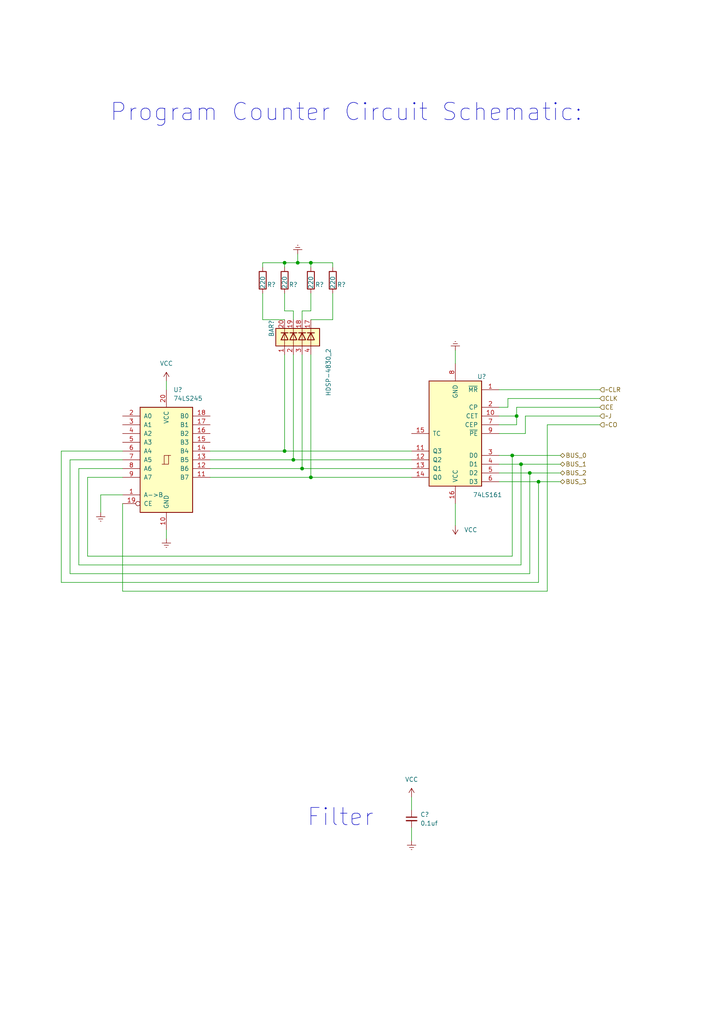
<source format=kicad_sch>
(kicad_sch (version 20211123) (generator eeschema)
  (paper "A4" portrait)
  (lib_symbols
    (symbol "74xx:74LS161" (pin_names (offset 1.016))
      (property "Reference" "U?" (at 0.5206 20.32 0))
      (property "Value" "74LS161" (at 0.5206 17.78 0))
      (symbol "74LS161_1_0"
        (pin input line (at -12.7 -12.7 0) (length 5.08) (name "~{MR}") (number "1"))
        (pin input line (at -12.7 -5.08 0) (length 5.08) (name "CET") (number "10"))
        (pin output line (at 12.7 5.08 180) (length 5.08) (name "Q3") (number "11"))
        (pin output line (at 12.7 7.62 180) (length 5.08) (name "Q2") (number "12"))
        (pin output line (at 12.7 10.16 180) (length 5.08) (name "Q1") (number "13"))
        (pin output line (at 12.7 12.7 180) (length 5.08) (name "Q0") (number "14"))
        (pin output line (at 12.7 0 180) (length 5.08) (name "TC") (number "15"))
        (pin power_in line (at 0 20.32 270) (length 5.08) (name "VCC") (number "16"))
        (pin input line (at -12.7 -7.62 0) (length 5.08) (name "CP") (number "2"))
        (pin input line (at -12.7 6.35 0) (length 5.08) (name "D0") (number "3"))
        (pin input line (at -12.7 8.89 0) (length 5.08) (name "D1") (number "4"))
        (pin input line (at -12.7 11.43 0) (length 5.08) (name "D2") (number "5"))
        (pin input line (at -12.7 13.97 0) (length 5.08) (name "D3") (number "6"))
        (pin input line (at -12.7 -2.54 0) (length 5.08) (name "CEP") (number "7"))
        (pin power_in line (at 0 -20.32 90) (length 5.08) (name "GND") (number "8"))
        (pin input line (at -12.7 0 0) (length 5.08) (name "~{PE}") (number "9"))
      )
      (symbol "74LS161_1_1"
        (rectangle (start -7.62 15.24) (end 7.62 -15.24) (stroke (width 0.254)) (fill (type background)))
      )
    )
    (symbol "74xx:74LS245" (pin_names (offset 1.016))
      (property "Reference" "U" (at -7.62 16.51 0))
      (property "Value" "74LS245" (at -7.62 -16.51 0))
      (symbol "74LS245_1_0"
        (polyline (pts (xy -0.635 -1.27) (xy -0.635 1.27) (xy 0.635 1.27)))
        (polyline (pts (xy -1.27 -1.27) (xy 0.635 -1.27) (xy 0.635 1.27) (xy 1.27 1.27)))
        (pin input line (at -12.7 -10.16 0) (length 5.08) (name "A->B") (number "1"))
        (pin power_in line (at 0 -20.32 90) (length 5.08) (name "GND") (number "10"))
        (pin tri_state line (at 12.7 -5.08 180) (length 5.08) (name "B7") (number "11"))
        (pin tri_state line (at 12.7 -2.54 180) (length 5.08) (name "B6") (number "12"))
        (pin tri_state line (at 12.7 0 180) (length 5.08) (name "B5") (number "13"))
        (pin tri_state line (at 12.7 2.54 180) (length 5.08) (name "B4") (number "14"))
        (pin tri_state line (at 12.7 5.08 180) (length 5.08) (name "B3") (number "15"))
        (pin tri_state line (at 12.7 7.62 180) (length 5.08) (name "B2") (number "16"))
        (pin tri_state line (at 12.7 10.16 180) (length 5.08) (name "B1") (number "17"))
        (pin tri_state line (at 12.7 12.7 180) (length 5.08) (name "B0") (number "18"))
        (pin input inverted (at -12.7 -12.7 0) (length 5.08) (name "CE") (number "19"))
        (pin tri_state line (at -12.7 12.7 0) (length 5.08) (name "A0") (number "2"))
        (pin power_in line (at 0 20.32 270) (length 5.08) (name "VCC") (number "20"))
        (pin tri_state line (at -12.7 10.16 0) (length 5.08) (name "A1") (number "3"))
        (pin tri_state line (at -12.7 7.62 0) (length 5.08) (name "A2") (number "4"))
        (pin tri_state line (at -12.7 5.08 0) (length 5.08) (name "A3") (number "5"))
        (pin tri_state line (at -12.7 2.54 0) (length 5.08) (name "A4") (number "6"))
        (pin tri_state line (at -12.7 0 0) (length 5.08) (name "A5") (number "7"))
        (pin tri_state line (at -12.7 -2.54 0) (length 5.08) (name "A6") (number "8"))
        (pin tri_state line (at -12.7 -5.08 0) (length 5.08) (name "A7") (number "9"))
      )
      (symbol "74LS245_1_1"
        (rectangle (start -7.62 15.24) (end 7.62 -15.24) (stroke (width 0.254)) (fill (type background)))
      )
    )
    (symbol "Device:C_Small" (pin_numbers hide) (pin_names (offset 0.254) hide)
      (property "Reference" "C" (at 0.254 1.778 0))
      (property "Value" "C_Small" (at 0.254 -2.032 0))
      (symbol "C_Small_0_1"
        (polyline (pts (xy -1.524 -0.508) (xy 1.524 -0.508)) (stroke (width 0.3302)))
        (polyline (pts (xy -1.524 0.508) (xy 1.524 0.508)) (stroke (width 0.3048)))
      )
      (symbol "C_Small_1_1"
        (pin passive line (at 0 2.54 270) (length 2.032) (name "~") (number "1"))
        (pin passive line (at 0 -2.54 90) (length 2.032) (name "~") (number "2"))
      )
    )
    (symbol "Device:R" (pin_numbers hide) (pin_names (offset 0))
      (property "Reference" "R" (at 2.032 0 90))
      (property "Value" "R" (at 0 0 90))
      (symbol "R_0_1"
        (rectangle (start -1.016 -2.54) (end 1.016 2.54) (stroke (width 0.254)))
      )
      (symbol "R_1_1"
        (pin passive line (at 0 3.81 270) (length 1.27) (name "~") (number "1"))
        (pin passive line (at 0 -3.81 90) (length 1.27) (name "~") (number "2"))
      )
    )
    (symbol "Earth_1" (power) (pin_names (offset 0))
      (symbol "Earth_1_0_1"
        (polyline (pts (xy -0.635 -1.905) (xy 0.635 -1.905)))
        (polyline (pts (xy -0.127 -2.54) (xy 0.127 -2.54)))
        (polyline (pts (xy 0 -1.27) (xy 0 0)))
        (polyline (pts (xy 1.27 -1.27) (xy -1.27 -1.27)))
      )
      (symbol "Earth_1_1_1"
        (pin power_in line (at 0 0 270) (length 0) hide (name "Earth") (number "1"))
      )
    )
    (symbol "LED:HDSP-4830_2" (pin_names (offset 1.016) hide)
      (property "Reference" "BAR?" (at 2.54 13.97 0))
      (property "Value" "HDSP-4830_2" (at 3.81 -3.81 0))
      (symbol "HDSP-4830_2_0_1"
        (rectangle (start -2.54 12.7) (end 2.54 0) (stroke (width 0.254)) (fill (type background)))
        (polyline (pts (xy -2.54 5.08) (xy 2.54 5.08)))
        (polyline (pts (xy -2.54 7.62) (xy 2.54 7.62)))
        (polyline (pts (xy -2.54 10.16) (xy 2.54 10.16)))
        (polyline (pts (xy 1.27 3.556) (xy 1.27 1.524)) (stroke (width 0.254)))
        (polyline (pts (xy 1.27 6.096) (xy 1.27 4.064)) (stroke (width 0.254)))
        (polyline (pts (xy 1.27 8.636) (xy 1.27 6.604)) (stroke (width 0.254)))
        (polyline (pts (xy 1.27 11.176) (xy 1.27 9.144)) (stroke (width 0.254)))
        (polyline (pts (xy 2.54 2.54) (xy -2.54 2.54)))
        (polyline (pts (xy -0.762 3.556) (xy -0.762 1.524) (xy 1.27 2.54) (xy -0.762 3.556)) (stroke (width 0.254)))
        (polyline (pts (xy -0.762 6.096) (xy -0.762 4.064) (xy 1.27 5.08) (xy -0.762 6.096)) (stroke (width 0.254)))
        (polyline (pts (xy -0.762 8.636) (xy -0.762 6.604) (xy 1.27 7.62) (xy -0.762 8.636)) (stroke (width 0.254)))
        (polyline (pts (xy -0.762 11.176) (xy -0.762 9.144) (xy 1.27 10.16) (xy -0.762 11.176)) (stroke (width 0.254)))
      )
      (symbol "HDSP-4830_2_1_1"
        (pin passive line (at -5.08 10.16 0) (length 2.54) (name "A") (number "1"))
        (pin passive line (at 5.08 2.54 180) (length 2.54) (name "K") (number "17"))
        (pin passive line (at 5.08 5.08 180) (length 2.54) (name "K") (number "18"))
        (pin passive line (at 5.08 7.62 180) (length 2.54) (name "K") (number "19"))
        (pin passive line (at -5.08 7.62 0) (length 2.54) (name "A") (number "2"))
        (pin passive line (at 5.08 10.16 180) (length 2.54) (name "K") (number "20"))
        (pin passive line (at -5.08 5.08 0) (length 2.54) (name "A") (number "3"))
        (pin passive line (at -5.08 2.54 0) (length 2.54) (name "A") (number "4"))
      )
    )
    (symbol "power:Earth" (power) (pin_names (offset 0))
      (symbol "Earth_0_1"
        (polyline (pts (xy -0.635 -1.905) (xy 0.635 -1.905)))
        (polyline (pts (xy -0.127 -2.54) (xy 0.127 -2.54)))
        (polyline (pts (xy 0 -1.27) (xy 0 0)))
        (polyline (pts (xy 1.27 -1.27) (xy -1.27 -1.27)))
      )
      (symbol "Earth_1_1"
        (pin power_in line (at 0 0 270) (length 0) hide (name "Earth") (number "1"))
      )
    )
    (symbol "power:VCC" (power) (pin_names (offset 0))
      (property "Value" "VCC" (at 0 3.81 0))
      (symbol "VCC_0_1"
        (polyline (pts (xy -0.762 1.27) (xy 0 2.54)))
        (polyline (pts (xy 0 0) (xy 0 2.54)))
        (polyline (pts (xy 0 2.54) (xy 0.762 1.27)))
      )
      (symbol "VCC_1_1"
        (pin power_in line (at 0 0 90) (length 0) hide (name "VCC") (number "1"))
      )
    )
  )
  (junction (at 90.17 76.2))
  (junction (at 153.67 137.16))
  (junction (at 149.86 120.65))
  (junction (at 86.36 76.2))
  (junction (at 87.63 135.89))
  (junction (at 82.55 76.2))
  (junction (at 156.21 139.7))
  (junction (at 82.55 130.81))
  (junction (at 90.17 138.43))
  (junction (at 85.09 133.35))
  (junction (at 148.59 132.08))
  (junction (at 151.13 134.62))
  (wire (pts (xy 25.4 138.43) (xy 25.4 161.29)))
  (wire (pts (xy 119.38 231.14) (xy 119.38 234.95)))
  (wire (pts (xy 76.2 76.2) (xy 82.55 76.2)))
  (wire (pts (xy 96.52 77.47) (xy 96.52 76.2)))
  (wire (pts (xy 86.36 73.66) (xy 86.36 76.2)))
  (wire (pts (xy 35.56 130.81) (xy 17.78 130.81)))
  (wire (pts (xy 144.78 123.19) (xy 149.86 123.19)))
  (wire (pts (xy 35.56 133.35) (xy 20.32 133.35)))
  (wire (pts (xy 156.21 168.91) (xy 156.21 139.7)))
  (wire (pts (xy 82.55 76.2) (xy 86.36 76.2)))
  (wire (pts (xy 162.56 132.08) (xy 148.59 132.08)))
  (wire (pts (xy 20.32 133.35) (xy 20.32 166.37)))
  (wire (pts (xy 20.32 166.37) (xy 153.67 166.37)))
  (wire (pts (xy 144.78 113.03) (xy 173.99 113.03)))
  (wire (pts (xy 60.96 135.89) (xy 87.63 135.89)))
  (wire (pts (xy 132.08 101.6) (xy 132.08 105.41)))
  (wire (pts (xy 35.56 143.51) (xy 29.21 143.51)))
  (wire (pts (xy 60.96 138.43) (xy 90.17 138.43)))
  (wire (pts (xy 87.63 102.87) (xy 87.63 135.89)))
  (wire (pts (xy 152.4 125.73) (xy 152.4 120.65)))
  (wire (pts (xy 82.55 102.87) (xy 82.55 130.81)))
  (wire (pts (xy 152.4 120.65) (xy 173.99 120.65)))
  (wire (pts (xy 85.09 102.87) (xy 85.09 133.35)))
  (wire (pts (xy 96.52 76.2) (xy 90.17 76.2)))
  (wire (pts (xy 132.08 146.05) (xy 132.08 152.4)))
  (wire (pts (xy 90.17 85.09) (xy 90.17 90.17)))
  (wire (pts (xy 86.36 76.2) (xy 90.17 76.2)))
  (wire (pts (xy 35.56 135.89) (xy 22.86 135.89)))
  (wire (pts (xy 87.63 90.17) (xy 87.63 92.71)))
  (wire (pts (xy 90.17 102.87) (xy 90.17 138.43)))
  (wire (pts (xy 147.32 115.57) (xy 173.99 115.57)))
  (wire (pts (xy 151.13 134.62) (xy 151.13 163.83)))
  (wire (pts (xy 17.78 168.91) (xy 156.21 168.91)))
  (wire (pts (xy 144.78 118.11) (xy 147.32 118.11)))
  (wire (pts (xy 148.59 161.29) (xy 148.59 132.08)))
  (wire (pts (xy 153.67 137.16) (xy 144.78 137.16)))
  (wire (pts (xy 85.09 133.35) (xy 119.38 133.35)))
  (wire (pts (xy 158.75 171.45) (xy 35.56 171.45)))
  (wire (pts (xy 162.56 137.16) (xy 153.67 137.16)))
  (wire (pts (xy 48.26 110.49) (xy 48.26 113.03)))
  (wire (pts (xy 22.86 163.83) (xy 151.13 163.83)))
  (wire (pts (xy 35.56 138.43) (xy 25.4 138.43)))
  (wire (pts (xy 85.09 90.17) (xy 85.09 92.71)))
  (wire (pts (xy 144.78 120.65) (xy 149.86 120.65)))
  (wire (pts (xy 22.86 135.89) (xy 22.86 163.83)))
  (wire (pts (xy 144.78 125.73) (xy 152.4 125.73)))
  (wire (pts (xy 87.63 135.89) (xy 119.38 135.89)))
  (wire (pts (xy 151.13 134.62) (xy 144.78 134.62)))
  (wire (pts (xy 76.2 77.47) (xy 76.2 76.2)))
  (wire (pts (xy 96.52 92.71) (xy 96.52 85.09)))
  (wire (pts (xy 17.78 130.81) (xy 17.78 168.91)))
  (wire (pts (xy 147.32 118.11) (xy 147.32 115.57)))
  (wire (pts (xy 76.2 92.71) (xy 82.55 92.71)))
  (wire (pts (xy 48.26 153.67) (xy 48.26 156.21)))
  (wire (pts (xy 90.17 138.43) (xy 119.38 138.43)))
  (wire (pts (xy 149.86 123.19) (xy 149.86 120.65)))
  (wire (pts (xy 60.96 130.81) (xy 82.55 130.81)))
  (wire (pts (xy 173.99 123.19) (xy 158.75 123.19)))
  (wire (pts (xy 35.56 171.45) (xy 35.56 146.05)))
  (wire (pts (xy 156.21 139.7) (xy 144.78 139.7)))
  (wire (pts (xy 90.17 76.2) (xy 90.17 77.47)))
  (wire (pts (xy 148.59 132.08) (xy 144.78 132.08)))
  (wire (pts (xy 25.4 161.29) (xy 148.59 161.29)))
  (wire (pts (xy 90.17 90.17) (xy 87.63 90.17)))
  (wire (pts (xy 153.67 166.37) (xy 153.67 137.16)))
  (wire (pts (xy 29.21 143.51) (xy 29.21 148.59)))
  (wire (pts (xy 149.86 118.11) (xy 173.99 118.11)))
  (wire (pts (xy 60.96 133.35) (xy 85.09 133.35)))
  (wire (pts (xy 82.55 90.17) (xy 82.55 85.09)))
  (wire (pts (xy 162.56 134.62) (xy 151.13 134.62)))
  (wire (pts (xy 158.75 123.19) (xy 158.75 171.45)))
  (wire (pts (xy 149.86 120.65) (xy 149.86 118.11)))
  (wire (pts (xy 90.17 92.71) (xy 96.52 92.71)))
  (wire (pts (xy 76.2 85.09) (xy 76.2 92.71)))
  (wire (pts (xy 82.55 130.81) (xy 119.38 130.81)))
  (wire (pts (xy 162.56 139.7) (xy 156.21 139.7)))
  (wire (pts (xy 85.09 90.17) (xy 82.55 90.17)))
  (wire (pts (xy 119.38 240.03) (xy 119.38 243.84)))
  (wire (pts (xy 82.55 77.47) (xy 82.55 76.2)))
  (text "Filter" (at 88.9 240.03 0) (effects (font (size 5 5)) (justify left bottom)))
  (text "Program Counter Circuit Schematic:" (at 31.75 35.56 0) (effects (font (size 5 5)) (justify left bottom)))
  (hierarchical_label "BUS_0" (shape bidirectional) (at 162.56 132.08 0))
  (hierarchical_label "BUS_2" (shape bidirectional) (at 162.56 137.16 0))
  (hierarchical_label "~J" (shape input) (at 173.99 120.65 0))
  (hierarchical_label "~CLR" (shape input) (at 173.99 113.03 0))
  (hierarchical_label "~CO" (shape input) (at 173.99 123.19 0))
  (hierarchical_label "CE" (shape input) (at 173.99 118.11 0))
  (hierarchical_label "CLK" (shape input) (at 173.99 115.57 0))
  (hierarchical_label "BUS_1" (shape bidirectional) (at 162.56 134.62 0))
  (hierarchical_label "BUS_3" (shape bidirectional) (at 162.56 139.7 0))
  (symbol (lib_id "74xx:74LS245") (at 48.26 133.35 0) (unit 1)
    (property "Reference" "U?" (at 50.2794 113.03 0) (effects (justify left)))
    (property "Value" "74LS245" (at 50.2794 115.57 0) (effects (justify left)))
    (property "Footprint" "Package_DIP:DIP-20_W7.62mm" (effects hide))
    (property "Datasheet" "http://www.ti.com/lit/gpn/sn74LS245" (effects hide))
  )
  (symbol (lib_id "power:Earth") (at 132.08 101.6 180) (unit 1)
    (property "Reference" "#PWR?" (effects hide))
    (property "Value" "Earth" (effects hide))
  )
  (symbol (lib_id "Device:C_Small") (at 119.38 237.49 0) (unit 1)
    (property "Reference" "C?" (at 121.92 236.2262 0) (effects (justify left)))
    (property "Value" "0.1uf" (at 121.92 238.7662 0) (effects (justify left)))
    (property "Footprint" "Capacitor_THT:C_Disc_D5.0mm_W2.5mm_P2.50mm" (effects hide))
  )
  (symbol (lib_name "Earth_1") (lib_id "power:Earth") (at 119.38 243.84 0) (unit 1)
    (property "Reference" "#PWR?" (effects hide))
    (property "Value" "Earth" (effects hide))
  )
  (symbol (lib_id "Device:R") (at 96.52 81.28 0) (unit 1)
    (property "Reference" "R?" (at 100.33 82.55 0) (effects (justify right)))
    (property "Value" "220" (at 96.52 80.01 90) (effects (justify right)))
    (property "Footprint" "Resistor_THT:R_Axial_DIN0204_L3.6mm_D1.6mm_P5.08mm_Horizontal" (effects hide))
  )
  (symbol (lib_id "power:VCC") (at 48.26 110.49 0) (unit 1)
    (property "Reference" "#PWR?" (effects hide))
    (property "Value" "VCC" (at 48.26 105.41 0))
  )
  (symbol (lib_id "Device:R") (at 76.2 81.28 0) (unit 1)
    (property "Reference" "R?" (at 80.01 82.55 0) (effects (justify right)))
    (property "Value" "220" (at 76.2 80.01 90) (effects (justify right)))
    (property "Footprint" "Resistor_THT:R_Axial_DIN0204_L3.6mm_D1.6mm_P5.08mm_Horizontal" (effects hide))
  )
  (symbol (lib_id "power:VCC") (at 119.38 231.14 0) (unit 1)
    (property "Reference" "#PWR?" (effects hide))
    (property "Value" "VCC" (at 119.38 226.06 0))
  )
  (symbol (lib_id "power:VCC") (at 132.08 152.4 180) (unit 1)
    (property "Reference" "#PWR?" (effects hide))
    (property "Value" "VCC" (at 134.62 153.6699 0) (effects (justify right)))
  )
  (symbol (lib_id "74xx:74LS161") (at 132.08 125.73 180) (unit 1)
    (property "Reference" "U?" (at 138.43 109.22 0) (effects (justify right)))
    (property "Value" "74LS161" (at 137.16 143.51 0) (effects (justify right)))
    (property "Footprint" "Package_DIP:DIP-16_W7.62mm" (effects hide))
    (property "Datasheet" "http://www.ti.com/lit/gpn/sn74LS161" (effects hide))
  )
  (symbol (lib_id "power:Earth") (at 29.21 148.59 0) (unit 1)
    (property "Reference" "#PWR?" (effects hide))
    (property "Value" "Earth" (effects hide))
  )
  (symbol (lib_id "power:Earth") (at 86.36 73.66 180) (unit 1)
    (property "Reference" "#PWR?" (effects hide))
    (property "Value" "Earth" (effects hide))
  )
  (symbol (lib_id "Device:R") (at 90.17 81.28 0) (unit 1)
    (property "Reference" "R?" (at 93.98 82.55 0) (effects (justify right)))
    (property "Value" "220" (at 90.17 80.01 90) (effects (justify right)))
    (property "Footprint" "Resistor_THT:R_Axial_DIN0204_L3.6mm_D1.6mm_P5.08mm_Horizontal" (effects hide))
  )
  (symbol (lib_id "LED:HDSP-4830_2") (at 92.71 97.79 90) (unit 1)
    (property "Reference" "BAR?" (at 78.74 95.25 0))
    (property "Value" "HDSP-4830_2" (at 95.25 107.95 0))
    (property "Footprint" "Display:HDSP-4830" (effects hide))
    (property "Datasheet" "https://docs.broadcom.com/docs/AV02-1798EN" (effects hide))
  )
  (symbol (lib_id "power:Earth") (at 48.26 156.21 0) (unit 1)
    (property "Reference" "#PWR?" (effects hide))
    (property "Value" "Earth" (effects hide))
  )
  (symbol (lib_id "Device:R") (at 82.55 81.28 0) (unit 1)
    (property "Reference" "R?" (at 86.36 82.55 0) (effects (justify right)))
    (property "Value" "220" (at 82.55 80.01 90) (effects (justify right)))
    (property "Footprint" "Resistor_THT:R_Axial_DIN0204_L3.6mm_D1.6mm_P5.08mm_Horizontal" (effects hide))
  )
)
</source>
